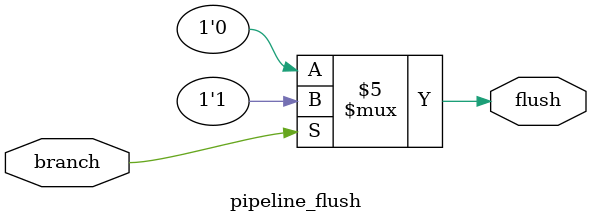
<source format=v>
`timescale 1ns / 1ps


module pipeline_flush
  (
    input branch,
    output reg flush
  );
  
  initial
    begin
      flush = 1'b0;
    end
  
  always @(*)
    begin
      if (branch == 1'b1)
        flush = 1'b1;
      else
        flush = 1'b0;
    end
  
endmodule

</source>
